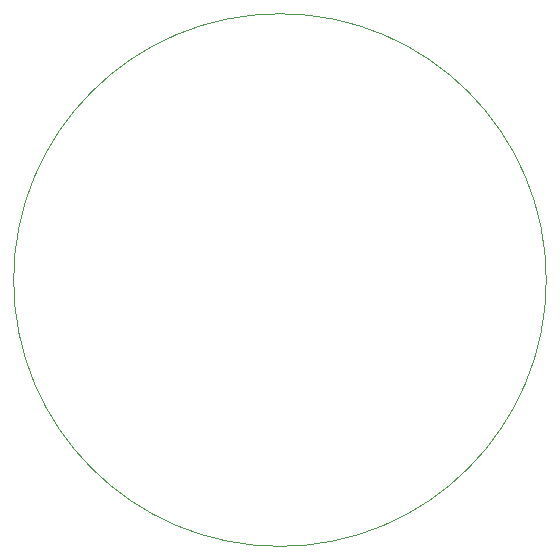
<source format=gm1>
G04 #@! TF.GenerationSoftware,KiCad,Pcbnew,9.0.2*
G04 #@! TF.CreationDate,2025-06-11T04:48:03-04:00*
G04 #@! TF.ProjectId,HackCharm,4861636b-4368-4617-926d-2e6b69636164,rev?*
G04 #@! TF.SameCoordinates,Original*
G04 #@! TF.FileFunction,Profile,NP*
%FSLAX46Y46*%
G04 Gerber Fmt 4.6, Leading zero omitted, Abs format (unit mm)*
G04 Created by KiCad (PCBNEW 9.0.2) date 2025-06-11 04:48:03*
%MOMM*%
%LPD*%
G01*
G04 APERTURE LIST*
G04 #@! TA.AperFunction,Profile*
%ADD10C,0.050000*%
G04 #@! TD*
G04 APERTURE END LIST*
D10*
X175800000Y-99400000D02*
G75*
G02*
X130704178Y-99400000I-22547911J0D01*
G01*
X130704178Y-99400000D02*
G75*
G02*
X175800000Y-99400000I22547911J0D01*
G01*
M02*

</source>
